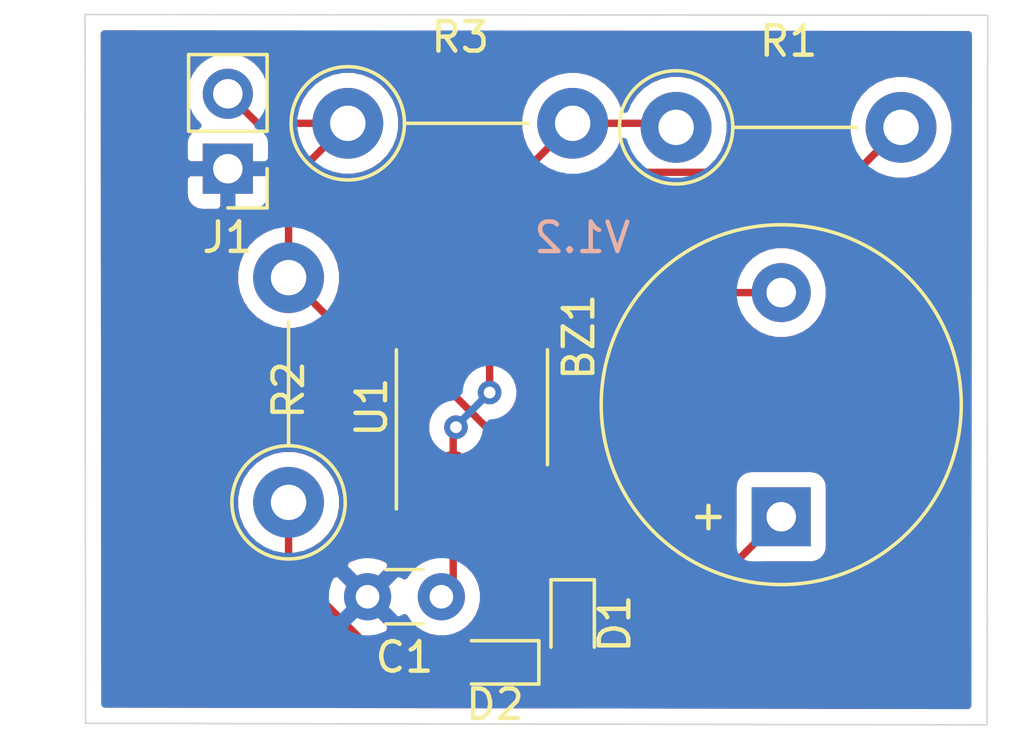
<source format=kicad_pcb>
(kicad_pcb (version 20171130) (host pcbnew "(5.1.6-0-10_14)")

  (general
    (thickness 1.6)
    (drawings 5)
    (tracks 39)
    (zones 0)
    (modules 9)
    (nets 8)
  )

  (page A4)
  (layers
    (0 F.Cu signal)
    (31 B.Cu signal)
    (32 B.Adhes user)
    (33 F.Adhes user)
    (34 B.Paste user)
    (35 F.Paste user)
    (36 B.SilkS user)
    (37 F.SilkS user)
    (38 B.Mask user)
    (39 F.Mask user)
    (40 Dwgs.User user)
    (41 Cmts.User user)
    (42 Eco1.User user)
    (43 Eco2.User user)
    (44 Edge.Cuts user)
    (45 Margin user)
    (46 B.CrtYd user)
    (47 F.CrtYd user)
    (48 B.Fab user)
    (49 F.Fab user)
  )

  (setup
    (last_trace_width 0.25)
    (user_trace_width 1.524)
    (trace_clearance 0.2)
    (zone_clearance 0.508)
    (zone_45_only no)
    (trace_min 0.2)
    (via_size 0.8)
    (via_drill 0.4)
    (via_min_size 0.4)
    (via_min_drill 0.3)
    (uvia_size 0.3)
    (uvia_drill 0.1)
    (uvias_allowed no)
    (uvia_min_size 0.2)
    (uvia_min_drill 0.1)
    (edge_width 0.05)
    (segment_width 0.2)
    (pcb_text_width 0.3)
    (pcb_text_size 1.5 1.5)
    (mod_edge_width 0.12)
    (mod_text_size 1 1)
    (mod_text_width 0.15)
    (pad_size 1.524 1.524)
    (pad_drill 0.762)
    (pad_to_mask_clearance 0.05)
    (aux_axis_origin 0 0)
    (visible_elements FFFFFF7F)
    (pcbplotparams
      (layerselection 0x310f0_ffffffff)
      (usegerberextensions true)
      (usegerberattributes true)
      (usegerberadvancedattributes true)
      (creategerberjobfile true)
      (excludeedgelayer true)
      (linewidth 0.100000)
      (plotframeref false)
      (viasonmask false)
      (mode 1)
      (useauxorigin false)
      (hpglpennumber 1)
      (hpglpenspeed 20)
      (hpglpendiameter 15.000000)
      (psnegative false)
      (psa4output false)
      (plotreference false)
      (plotvalue false)
      (plotinvisibletext false)
      (padsonsilk false)
      (subtractmaskfromsilk false)
      (outputformat 1)
      (mirror false)
      (drillshape 0)
      (scaleselection 1)
      (outputdirectory "gerbers/"))
  )

  (net 0 "")
  (net 1 VCC)
  (net 2 "Net-(BZ1-Pad1)")
  (net 3 "Net-(D2-Pad2)")
  (net 4 GND)
  (net 5 "Net-(U1-Pad5)")
  (net 6 "Net-(C1-Pad1)")
  (net 7 "Net-(R1-Pad1)")

  (net_class Default "This is the default net class."
    (clearance 0.2)
    (trace_width 0.25)
    (via_dia 0.8)
    (via_drill 0.4)
    (uvia_dia 0.3)
    (uvia_drill 0.1)
    (add_net GND)
    (add_net "Net-(BZ1-Pad1)")
    (add_net "Net-(C1-Pad1)")
    (add_net "Net-(D2-Pad2)")
    (add_net "Net-(R1-Pad1)")
    (add_net "Net-(U1-Pad5)")
    (add_net VCC)
  )

  (module Package_SO:SOIC-8_3.9x4.9mm_P1.27mm (layer F.Cu) (tedit 5D9F72B1) (tstamp 5F248256)
    (at 38.7858 -10.60196 90)
    (descr "SOIC, 8 Pin (JEDEC MS-012AA, https://www.analog.com/media/en/package-pcb-resources/package/pkg_pdf/soic_narrow-r/r_8.pdf), generated with kicad-footprint-generator ipc_gullwing_generator.py")
    (tags "SOIC SO")
    (path /5F25010E)
    (attr smd)
    (fp_text reference U1 (at 0 -3.4 90) (layer F.SilkS)
      (effects (font (size 1 1) (thickness 0.15)))
    )
    (fp_text value NE555DR (at 0 3.4 90) (layer F.Fab)
      (effects (font (size 1 1) (thickness 0.15)))
    )
    (fp_text user %R (at 0 0 90) (layer F.Fab)
      (effects (font (size 0.98 0.98) (thickness 0.15)))
    )
    (fp_line (start 0 2.56) (end 1.95 2.56) (layer F.SilkS) (width 0.12))
    (fp_line (start 0 2.56) (end -1.95 2.56) (layer F.SilkS) (width 0.12))
    (fp_line (start 0 -2.56) (end 1.95 -2.56) (layer F.SilkS) (width 0.12))
    (fp_line (start 0 -2.56) (end -3.45 -2.56) (layer F.SilkS) (width 0.12))
    (fp_line (start -0.975 -2.45) (end 1.95 -2.45) (layer F.Fab) (width 0.1))
    (fp_line (start 1.95 -2.45) (end 1.95 2.45) (layer F.Fab) (width 0.1))
    (fp_line (start 1.95 2.45) (end -1.95 2.45) (layer F.Fab) (width 0.1))
    (fp_line (start -1.95 2.45) (end -1.95 -1.475) (layer F.Fab) (width 0.1))
    (fp_line (start -1.95 -1.475) (end -0.975 -2.45) (layer F.Fab) (width 0.1))
    (fp_line (start -3.7 -2.7) (end -3.7 2.7) (layer F.CrtYd) (width 0.05))
    (fp_line (start -3.7 2.7) (end 3.7 2.7) (layer F.CrtYd) (width 0.05))
    (fp_line (start 3.7 2.7) (end 3.7 -2.7) (layer F.CrtYd) (width 0.05))
    (fp_line (start 3.7 -2.7) (end -3.7 -2.7) (layer F.CrtYd) (width 0.05))
    (pad 8 smd roundrect (at 2.475 -1.905 90) (size 1.95 0.6) (layers F.Cu F.Paste F.Mask) (roundrect_rratio 0.25)
      (net 1 VCC))
    (pad 7 smd roundrect (at 2.475 -0.635 90) (size 1.95 0.6) (layers F.Cu F.Paste F.Mask) (roundrect_rratio 0.25)
      (net 7 "Net-(R1-Pad1)"))
    (pad 6 smd roundrect (at 2.475 0.635 90) (size 1.95 0.6) (layers F.Cu F.Paste F.Mask) (roundrect_rratio 0.25)
      (net 6 "Net-(C1-Pad1)"))
    (pad 5 smd roundrect (at 2.475 1.905 90) (size 1.95 0.6) (layers F.Cu F.Paste F.Mask) (roundrect_rratio 0.25)
      (net 5 "Net-(U1-Pad5)"))
    (pad 4 smd roundrect (at -2.475 1.905 90) (size 1.95 0.6) (layers F.Cu F.Paste F.Mask) (roundrect_rratio 0.25)
      (net 1 VCC))
    (pad 3 smd roundrect (at -2.475 0.635 90) (size 1.95 0.6) (layers F.Cu F.Paste F.Mask) (roundrect_rratio 0.25)
      (net 2 "Net-(BZ1-Pad1)"))
    (pad 2 smd roundrect (at -2.475 -0.635 90) (size 1.95 0.6) (layers F.Cu F.Paste F.Mask) (roundrect_rratio 0.25)
      (net 6 "Net-(C1-Pad1)"))
    (pad 1 smd roundrect (at -2.475 -1.905 90) (size 1.95 0.6) (layers F.Cu F.Paste F.Mask) (roundrect_rratio 0.25)
      (net 4 GND))
    (model ${KISYS3DMOD}/Package_SO.3dshapes/SOIC-8_3.9x4.9mm_P1.27mm.wrl
      (at (xyz 0 0 0))
      (scale (xyz 1 1 1))
      (rotate (xyz 0 0 0))
    )
  )

  (module LED_SMD:LED_0603_1608Metric (layer F.Cu) (tedit 5B301BBE) (tstamp 5F532DBC)
    (at 39.56812 -1.95072 180)
    (descr "LED SMD 0603 (1608 Metric), square (rectangular) end terminal, IPC_7351 nominal, (Body size source: http://www.tortai-tech.com/upload/download/2011102023233369053.pdf), generated with kicad-footprint-generator")
    (tags diode)
    (path /5F252EEC)
    (attr smd)
    (fp_text reference D2 (at 0 -1.43) (layer F.SilkS)
      (effects (font (size 1 1) (thickness 0.15)))
    )
    (fp_text value RED (at 0 1.43) (layer F.Fab)
      (effects (font (size 1 1) (thickness 0.15)))
    )
    (fp_line (start 1.48 0.73) (end -1.48 0.73) (layer F.CrtYd) (width 0.05))
    (fp_line (start 1.48 -0.73) (end 1.48 0.73) (layer F.CrtYd) (width 0.05))
    (fp_line (start -1.48 -0.73) (end 1.48 -0.73) (layer F.CrtYd) (width 0.05))
    (fp_line (start -1.48 0.73) (end -1.48 -0.73) (layer F.CrtYd) (width 0.05))
    (fp_line (start -1.485 0.735) (end 0.8 0.735) (layer F.SilkS) (width 0.12))
    (fp_line (start -1.485 -0.735) (end -1.485 0.735) (layer F.SilkS) (width 0.12))
    (fp_line (start 0.8 -0.735) (end -1.485 -0.735) (layer F.SilkS) (width 0.12))
    (fp_line (start 0.8 0.4) (end 0.8 -0.4) (layer F.Fab) (width 0.1))
    (fp_line (start -0.8 0.4) (end 0.8 0.4) (layer F.Fab) (width 0.1))
    (fp_line (start -0.8 -0.1) (end -0.8 0.4) (layer F.Fab) (width 0.1))
    (fp_line (start -0.5 -0.4) (end -0.8 -0.1) (layer F.Fab) (width 0.1))
    (fp_line (start 0.8 -0.4) (end -0.5 -0.4) (layer F.Fab) (width 0.1))
    (fp_text user %R (at 0 0) (layer F.Fab)
      (effects (font (size 0.4 0.4) (thickness 0.06)))
    )
    (pad 2 smd roundrect (at 0.7875 0 180) (size 0.875 0.95) (layers F.Cu F.Paste F.Mask) (roundrect_rratio 0.25)
      (net 3 "Net-(D2-Pad2)"))
    (pad 1 smd roundrect (at -0.7875 0 180) (size 0.875 0.95) (layers F.Cu F.Paste F.Mask) (roundrect_rratio 0.25)
      (net 4 GND))
    (model ${KISYS3DMOD}/LED_SMD.3dshapes/LED_0603_1608Metric.wrl
      (at (xyz 0 0 0))
      (scale (xyz 1 1 1))
      (rotate (xyz 0 0 0))
    )
  )

  (module LED_SMD:LED_0603_1608Metric (layer F.Cu) (tedit 5B301BBE) (tstamp 5F248404)
    (at 42.19956 -3.26644 270)
    (descr "LED SMD 0603 (1608 Metric), square (rectangular) end terminal, IPC_7351 nominal, (Body size source: http://www.tortai-tech.com/upload/download/2011102023233369053.pdf), generated with kicad-footprint-generator")
    (tags diode)
    (path /5F252534)
    (attr smd)
    (fp_text reference D1 (at 0 -1.43 90) (layer F.SilkS)
      (effects (font (size 1 1) (thickness 0.15)))
    )
    (fp_text value YELLOW (at 0 1.43 90) (layer F.Fab)
      (effects (font (size 1 1) (thickness 0.15)))
    )
    (fp_line (start 1.48 0.73) (end -1.48 0.73) (layer F.CrtYd) (width 0.05))
    (fp_line (start 1.48 -0.73) (end 1.48 0.73) (layer F.CrtYd) (width 0.05))
    (fp_line (start -1.48 -0.73) (end 1.48 -0.73) (layer F.CrtYd) (width 0.05))
    (fp_line (start -1.48 0.73) (end -1.48 -0.73) (layer F.CrtYd) (width 0.05))
    (fp_line (start -1.485 0.735) (end 0.8 0.735) (layer F.SilkS) (width 0.12))
    (fp_line (start -1.485 -0.735) (end -1.485 0.735) (layer F.SilkS) (width 0.12))
    (fp_line (start 0.8 -0.735) (end -1.485 -0.735) (layer F.SilkS) (width 0.12))
    (fp_line (start 0.8 0.4) (end 0.8 -0.4) (layer F.Fab) (width 0.1))
    (fp_line (start -0.8 0.4) (end 0.8 0.4) (layer F.Fab) (width 0.1))
    (fp_line (start -0.8 -0.1) (end -0.8 0.4) (layer F.Fab) (width 0.1))
    (fp_line (start -0.5 -0.4) (end -0.8 -0.1) (layer F.Fab) (width 0.1))
    (fp_line (start 0.8 -0.4) (end -0.5 -0.4) (layer F.Fab) (width 0.1))
    (fp_text user %R (at 0 0 90) (layer F.Fab)
      (effects (font (size 0.4 0.4) (thickness 0.06)))
    )
    (pad 2 smd roundrect (at 0.7875 0 270) (size 0.875 0.95) (layers F.Cu F.Paste F.Mask) (roundrect_rratio 0.25)
      (net 2 "Net-(BZ1-Pad1)"))
    (pad 1 smd roundrect (at -0.7875 0 270) (size 0.875 0.95) (layers F.Cu F.Paste F.Mask) (roundrect_rratio 0.25)
      (net 1 VCC))
    (model ${KISYS3DMOD}/LED_SMD.3dshapes/LED_0603_1608Metric.wrl
      (at (xyz 0 0 0))
      (scale (xyz 1 1 1))
      (rotate (xyz 0 0 0))
    )
  )

  (module Resistor_THT:R_Axial_DIN0411_L9.9mm_D3.6mm_P7.62mm_Vertical (layer F.Cu) (tedit 5AE5139B) (tstamp 5F515037)
    (at 32.57296 -7.37616 90)
    (descr "Resistor, Axial_DIN0411 series, Axial, Vertical, pin pitch=7.62mm, 1W, length*diameter=9.9*3.6mm^2")
    (tags "Resistor Axial_DIN0411 series Axial Vertical pin pitch 7.62mm 1W length 9.9mm diameter 3.6mm")
    (path /5F251B89)
    (fp_text reference R2 (at 3.81 0 90) (layer F.SilkS)
      (effects (font (size 1 1) (thickness 0.15)))
    )
    (fp_text value 220 (at 3.81 2.92 90) (layer F.Fab)
      (effects (font (size 1 1) (thickness 0.15)))
    )
    (fp_circle (center 0 0) (end 1.8 0) (layer F.Fab) (width 0.1))
    (fp_circle (center 0 0) (end 1.92 0) (layer F.SilkS) (width 0.12))
    (fp_line (start 0 0) (end 7.62 0) (layer F.Fab) (width 0.1))
    (fp_line (start 1.92 0) (end 6.12 0) (layer F.SilkS) (width 0.12))
    (fp_line (start -2.05 -2.05) (end -2.05 2.05) (layer F.CrtYd) (width 0.05))
    (fp_line (start -2.05 2.05) (end 9.07 2.05) (layer F.CrtYd) (width 0.05))
    (fp_line (start 9.07 2.05) (end 9.07 -2.05) (layer F.CrtYd) (width 0.05))
    (fp_line (start 9.07 -2.05) (end -2.05 -2.05) (layer F.CrtYd) (width 0.05))
    (fp_text user %R (at 3.81 -2.92 90) (layer F.Fab)
      (effects (font (size 1 1) (thickness 0.15)))
    )
    (pad 2 thru_hole oval (at 7.62 0 90) (size 2.4 2.4) (drill 1.2) (layers *.Cu *.Mask)
      (net 1 VCC))
    (pad 1 thru_hole circle (at 0 0 90) (size 2.4 2.4) (drill 1.2) (layers *.Cu *.Mask)
      (net 3 "Net-(D2-Pad2)"))
    (model ${KISYS3DMOD}/Resistor_THT.3dshapes/R_Axial_DIN0411_L9.9mm_D3.6mm_P7.62mm_Vertical.wrl
      (at (xyz 0 0 0))
      (scale (xyz 1 1 1))
      (rotate (xyz 0 0 0))
    )
  )

  (module Resistor_THT:R_Axial_DIN0411_L9.9mm_D3.6mm_P7.62mm_Vertical (layer F.Cu) (tedit 5AE5139B) (tstamp 5F395AFD)
    (at 34.57956 -20.22856)
    (descr "Resistor, Axial_DIN0411 series, Axial, Vertical, pin pitch=7.62mm, 1W, length*diameter=9.9*3.6mm^2")
    (tags "Resistor Axial_DIN0411 series Axial Vertical pin pitch 7.62mm 1W length 9.9mm diameter 3.6mm")
    (path /5F3978FA)
    (fp_text reference R3 (at 3.81 -2.92) (layer F.SilkS)
      (effects (font (size 1 1) (thickness 0.15)))
    )
    (fp_text value 10k (at 3.81 2.92) (layer F.Fab)
      (effects (font (size 1 1) (thickness 0.15)))
    )
    (fp_line (start 9.07 -2.05) (end -2.05 -2.05) (layer F.CrtYd) (width 0.05))
    (fp_line (start 9.07 2.05) (end 9.07 -2.05) (layer F.CrtYd) (width 0.05))
    (fp_line (start -2.05 2.05) (end 9.07 2.05) (layer F.CrtYd) (width 0.05))
    (fp_line (start -2.05 -2.05) (end -2.05 2.05) (layer F.CrtYd) (width 0.05))
    (fp_line (start 1.92 0) (end 6.12 0) (layer F.SilkS) (width 0.12))
    (fp_line (start 0 0) (end 7.62 0) (layer F.Fab) (width 0.1))
    (fp_circle (center 0 0) (end 1.92 0) (layer F.SilkS) (width 0.12))
    (fp_circle (center 0 0) (end 1.8 0) (layer F.Fab) (width 0.1))
    (fp_text user %R (at 3.81 -2.92) (layer F.Fab)
      (effects (font (size 1 1) (thickness 0.15)))
    )
    (pad 2 thru_hole oval (at 7.62 0) (size 2.4 2.4) (drill 1.2) (layers *.Cu *.Mask)
      (net 7 "Net-(R1-Pad1)"))
    (pad 1 thru_hole circle (at 0 0) (size 2.4 2.4) (drill 1.2) (layers *.Cu *.Mask)
      (net 1 VCC))
    (model ${KISYS3DMOD}/Resistor_THT.3dshapes/R_Axial_DIN0411_L9.9mm_D3.6mm_P7.62mm_Vertical.wrl
      (at (xyz 0 0 0))
      (scale (xyz 1 1 1))
      (rotate (xyz 0 0 0))
    )
  )

  (module Resistor_THT:R_Axial_DIN0411_L9.9mm_D3.6mm_P7.62mm_Vertical (layer F.Cu) (tedit 5AE5139B) (tstamp 5F395AD2)
    (at 45.70476 -20.0914)
    (descr "Resistor, Axial_DIN0411 series, Axial, Vertical, pin pitch=7.62mm, 1W, length*diameter=9.9*3.6mm^2")
    (tags "Resistor Axial_DIN0411 series Axial Vertical pin pitch 7.62mm 1W length 9.9mm diameter 3.6mm")
    (path /5F396482)
    (fp_text reference R1 (at 3.81 -2.92) (layer F.SilkS)
      (effects (font (size 1 1) (thickness 0.15)))
    )
    (fp_text value 10k (at 3.81 2.92) (layer F.Fab)
      (effects (font (size 1 1) (thickness 0.15)))
    )
    (fp_line (start 9.07 -2.05) (end -2.05 -2.05) (layer F.CrtYd) (width 0.05))
    (fp_line (start 9.07 2.05) (end 9.07 -2.05) (layer F.CrtYd) (width 0.05))
    (fp_line (start -2.05 2.05) (end 9.07 2.05) (layer F.CrtYd) (width 0.05))
    (fp_line (start -2.05 -2.05) (end -2.05 2.05) (layer F.CrtYd) (width 0.05))
    (fp_line (start 1.92 0) (end 6.12 0) (layer F.SilkS) (width 0.12))
    (fp_line (start 0 0) (end 7.62 0) (layer F.Fab) (width 0.1))
    (fp_circle (center 0 0) (end 1.92 0) (layer F.SilkS) (width 0.12))
    (fp_circle (center 0 0) (end 1.8 0) (layer F.Fab) (width 0.1))
    (fp_text user %R (at 3.81 -2.92) (layer F.Fab)
      (effects (font (size 1 1) (thickness 0.15)))
    )
    (pad 2 thru_hole oval (at 7.62 0) (size 2.4 2.4) (drill 1.2) (layers *.Cu *.Mask)
      (net 6 "Net-(C1-Pad1)"))
    (pad 1 thru_hole circle (at 0 0) (size 2.4 2.4) (drill 1.2) (layers *.Cu *.Mask)
      (net 7 "Net-(R1-Pad1)"))
    (model ${KISYS3DMOD}/Resistor_THT.3dshapes/R_Axial_DIN0411_L9.9mm_D3.6mm_P7.62mm_Vertical.wrl
      (at (xyz 0 0 0))
      (scale (xyz 1 1 1))
      (rotate (xyz 0 0 0))
    )
  )

  (module Capacitor_THT:C_Disc_D3.0mm_W1.6mm_P2.50mm (layer F.Cu) (tedit 5AE50EF0) (tstamp 5F248194)
    (at 37.74948 -4.17576 180)
    (descr "C, Disc series, Radial, pin pitch=2.50mm, , diameter*width=3.0*1.6mm^2, Capacitor, http://www.vishay.com/docs/45233/krseries.pdf")
    (tags "C Disc series Radial pin pitch 2.50mm  diameter 3.0mm width 1.6mm Capacitor")
    (path /5F25421F)
    (fp_text reference C1 (at 1.25 -2.05) (layer F.SilkS)
      (effects (font (size 1 1) (thickness 0.15)))
    )
    (fp_text value CP (at 1.25 2.05) (layer F.Fab)
      (effects (font (size 1 1) (thickness 0.15)))
    )
    (fp_line (start -0.25 -0.8) (end -0.25 0.8) (layer F.Fab) (width 0.1))
    (fp_line (start -0.25 0.8) (end 2.75 0.8) (layer F.Fab) (width 0.1))
    (fp_line (start 2.75 0.8) (end 2.75 -0.8) (layer F.Fab) (width 0.1))
    (fp_line (start 2.75 -0.8) (end -0.25 -0.8) (layer F.Fab) (width 0.1))
    (fp_line (start 0.621 -0.92) (end 1.879 -0.92) (layer F.SilkS) (width 0.12))
    (fp_line (start 0.621 0.92) (end 1.879 0.92) (layer F.SilkS) (width 0.12))
    (fp_line (start -1.05 -1.05) (end -1.05 1.05) (layer F.CrtYd) (width 0.05))
    (fp_line (start -1.05 1.05) (end 3.55 1.05) (layer F.CrtYd) (width 0.05))
    (fp_line (start 3.55 1.05) (end 3.55 -1.05) (layer F.CrtYd) (width 0.05))
    (fp_line (start 3.55 -1.05) (end -1.05 -1.05) (layer F.CrtYd) (width 0.05))
    (fp_text user %R (at -2.08788 -0.08636) (layer F.Fab)
      (effects (font (size 0.6 0.6) (thickness 0.09)))
    )
    (pad 2 thru_hole circle (at 2.5 0 180) (size 1.6 1.6) (drill 0.8) (layers *.Cu *.Mask)
      (net 4 GND))
    (pad 1 thru_hole circle (at 0 0 180) (size 1.6 1.6) (drill 0.8) (layers *.Cu *.Mask)
      (net 6 "Net-(C1-Pad1)"))
    (model ${KISYS3DMOD}/Capacitor_THT.3dshapes/C_Disc_D3.0mm_W1.6mm_P2.50mm.wrl
      (at (xyz 0 0 0))
      (scale (xyz 1 1 1))
      (rotate (xyz 0 0 0))
    )
  )

  (module Connector_PinHeader_2.54mm:PinHeader_1x02_P2.54mm_Vertical (layer F.Cu) (tedit 59FED5CC) (tstamp 5F24A27E)
    (at 30.51556 -18.68932 180)
    (descr "Through hole straight pin header, 1x02, 2.54mm pitch, single row")
    (tags "Through hole pin header THT 1x02 2.54mm single row")
    (path /5F28760B)
    (fp_text reference J1 (at 0 -2.33) (layer F.SilkS)
      (effects (font (size 1 1) (thickness 0.15)))
    )
    (fp_text value Conn_01x02_Female (at 0 4.87) (layer F.Fab)
      (effects (font (size 1 1) (thickness 0.15)))
    )
    (fp_line (start -0.635 -1.27) (end 1.27 -1.27) (layer F.Fab) (width 0.1))
    (fp_line (start 1.27 -1.27) (end 1.27 3.81) (layer F.Fab) (width 0.1))
    (fp_line (start 1.27 3.81) (end -1.27 3.81) (layer F.Fab) (width 0.1))
    (fp_line (start -1.27 3.81) (end -1.27 -0.635) (layer F.Fab) (width 0.1))
    (fp_line (start -1.27 -0.635) (end -0.635 -1.27) (layer F.Fab) (width 0.1))
    (fp_line (start -1.33 3.87) (end 1.33 3.87) (layer F.SilkS) (width 0.12))
    (fp_line (start -1.33 1.27) (end -1.33 3.87) (layer F.SilkS) (width 0.12))
    (fp_line (start 1.33 1.27) (end 1.33 3.87) (layer F.SilkS) (width 0.12))
    (fp_line (start -1.33 1.27) (end 1.33 1.27) (layer F.SilkS) (width 0.12))
    (fp_line (start -1.33 0) (end -1.33 -1.33) (layer F.SilkS) (width 0.12))
    (fp_line (start -1.33 -1.33) (end 0 -1.33) (layer F.SilkS) (width 0.12))
    (fp_line (start -1.8 -1.8) (end -1.8 4.35) (layer F.CrtYd) (width 0.05))
    (fp_line (start -1.8 4.35) (end 1.8 4.35) (layer F.CrtYd) (width 0.05))
    (fp_line (start 1.8 4.35) (end 1.8 -1.8) (layer F.CrtYd) (width 0.05))
    (fp_line (start 1.8 -1.8) (end -1.8 -1.8) (layer F.CrtYd) (width 0.05))
    (fp_text user %R (at 0 1.27 90) (layer F.Fab)
      (effects (font (size 1 1) (thickness 0.15)))
    )
    (pad 2 thru_hole oval (at 0 2.54 180) (size 1.7 1.7) (drill 1) (layers *.Cu *.Mask)
      (net 1 VCC))
    (pad 1 thru_hole rect (at 0 0 180) (size 1.7 1.7) (drill 1) (layers *.Cu *.Mask)
      (net 4 GND))
    (model ${KISYS3DMOD}/Connector_PinHeader_2.54mm.3dshapes/PinHeader_1x02_P2.54mm_Vertical.wrl
      (at (xyz 0 0 0))
      (scale (xyz 1 1 1))
      (rotate (xyz 0 0 0))
    )
  )

  (module Buzzer_Beeper:Buzzer_12x9.5RM7.6 (layer F.Cu) (tedit 5A030281) (tstamp 5F248183)
    (at 49.26584 -6.88848 90)
    (descr "Generic Buzzer, D12mm height 9.5mm with RM7.6mm")
    (tags buzzer)
    (path /5F25471C)
    (fp_text reference BZ1 (at 6.096 -6.858 90) (layer F.SilkS)
      (effects (font (size 1 1) (thickness 0.15)))
    )
    (fp_text value Buzzer (at 3.8 7.4 90) (layer F.Fab)
      (effects (font (size 1 1) (thickness 0.15)))
    )
    (fp_circle (center 3.8 0) (end 10.05 0) (layer F.CrtYd) (width 0.05))
    (fp_circle (center 3.8 0) (end 9.8 0) (layer F.Fab) (width 0.1))
    (fp_circle (center 3.8 0) (end 4.8 0) (layer F.Fab) (width 0.1))
    (fp_circle (center 3.8 0) (end 9.9 0) (layer F.SilkS) (width 0.12))
    (fp_text user %R (at 3.8 -4 90) (layer F.Fab)
      (effects (font (size 1 1) (thickness 0.15)))
    )
    (fp_text user + (at -0.01 -2.54 90) (layer F.SilkS)
      (effects (font (size 1 1) (thickness 0.15)))
    )
    (fp_text user + (at -0.01 -2.54 90) (layer F.Fab)
      (effects (font (size 1 1) (thickness 0.15)))
    )
    (pad 2 thru_hole circle (at 7.6 0 90) (size 2 2) (drill 1) (layers *.Cu *.Mask)
      (net 1 VCC))
    (pad 1 thru_hole rect (at 0 0 90) (size 2 2) (drill 1) (layers *.Cu *.Mask)
      (net 2 "Net-(BZ1-Pad1)"))
    (model ${KISYS3DMOD}/Buzzer_Beeper.3dshapes/Buzzer_12x9.5RM7.6.wrl
      (at (xyz 0 0 0))
      (scale (xyz 1 1 1))
      (rotate (xyz 0 0 0))
    )
  )

  (gr_line (start 25.69464 0.11684) (end 25.67432 -23.91664) (layer Edge.Cuts) (width 0.05))
  (gr_line (start 56.24068 0.16764) (end 25.69718 0.11684) (layer Edge.Cuts) (width 0.05))
  (gr_line (start 56.261 -23.89124) (end 56.24068 0.16764) (layer Edge.Cuts) (width 0.05) (tstamp 5F3E707E))
  (gr_line (start 25.67432 -23.91664) (end 56.261 -23.89124) (layer Edge.Cuts) (width 0.05))
  (gr_text V1.2 (at 42.52468 -16.35252) (layer B.SilkS)
    (effects (font (size 1 1) (thickness 0.15)) (justify mirror))
  )

  (segment (start 49.26584 -14.48848) (end 46.42644 -14.48848) (width 0.25) (layer F.Cu) (net 1))
  (segment (start 40.6908 -8.75284) (end 40.6908 -8.12696) (width 0.25) (layer F.Cu) (net 1))
  (segment (start 46.42644 -14.48848) (end 40.6908 -8.75284) (width 0.25) (layer F.Cu) (net 1))
  (segment (start 40.6908 -5.5627) (end 42.19956 -4.05394) (width 0.25) (layer F.Cu) (net 1))
  (segment (start 40.6908 -8.12696) (end 40.6908 -5.5627) (width 0.25) (layer F.Cu) (net 1))
  (segment (start 36.8808 -12.313728) (end 36.8808 -13.07696) (width 0.25) (layer F.Cu) (net 1))
  (segment (start 40.6908 -8.503728) (end 36.8808 -12.313728) (width 0.25) (layer F.Cu) (net 1))
  (segment (start 40.6908 -8.12696) (end 40.6908 -8.503728) (width 0.25) (layer F.Cu) (net 1))
  (segment (start 34.49216 -13.07696) (end 32.57296 -14.99616) (width 0.25) (layer F.Cu) (net 1))
  (segment (start 36.8808 -13.07696) (end 34.49216 -13.07696) (width 0.25) (layer F.Cu) (net 1))
  (segment (start 32.57296 -18.22196) (end 34.57956 -20.22856) (width 0.25) (layer F.Cu) (net 1))
  (segment (start 32.57296 -14.99616) (end 32.57296 -18.22196) (width 0.25) (layer F.Cu) (net 1))
  (segment (start 31.51632 -20.22856) (end 30.51556 -21.22932) (width 0.25) (layer F.Cu) (net 1))
  (segment (start 34.57956 -20.22856) (end 31.51632 -20.22856) (width 0.25) (layer F.Cu) (net 1))
  (segment (start 44.8563 -2.47894) (end 49.26584 -6.88848) (width 0.25) (layer F.Cu) (net 2))
  (segment (start 42.19956 -2.47894) (end 44.8563 -2.47894) (width 0.25) (layer F.Cu) (net 2))
  (segment (start 39.4208 -5.2577) (end 39.4208 -8.12696) (width 0.25) (layer F.Cu) (net 2))
  (segment (start 42.19956 -2.47894) (end 39.4208 -5.2577) (width 0.25) (layer F.Cu) (net 2))
  (segment (start 35.809518 -1.95072) (end 38.78062 -1.95072) (width 0.25) (layer F.Cu) (net 3))
  (segment (start 32.57296 -5.187278) (end 35.809518 -1.95072) (width 0.25) (layer F.Cu) (net 3))
  (segment (start 32.57296 -7.37616) (end 32.57296 -5.187278) (width 0.25) (layer F.Cu) (net 3))
  (segment (start 43.935239 -18.566399) (end 39.4208 -14.05196) (width 0.25) (layer F.Cu) (net 6))
  (segment (start 39.4208 -14.05196) (end 39.4208 -13.07696) (width 0.25) (layer F.Cu) (net 6))
  (segment (start 51.799759 -18.566399) (end 43.935239 -18.566399) (width 0.25) (layer F.Cu) (net 6))
  (segment (start 53.32476 -20.0914) (end 51.799759 -18.566399) (width 0.25) (layer F.Cu) (net 6))
  (via (at 38.245111 -9.924111) (size 0.8) (drill 0.4) (layers F.Cu B.Cu) (net 6))
  (segment (start 38.1508 -9.8298) (end 38.245111 -9.924111) (width 0.25) (layer F.Cu) (net 6))
  (segment (start 38.1508 -8.12696) (end 38.1508 -9.8298) (width 0.25) (layer F.Cu) (net 6))
  (segment (start 38.245111 -9.959671) (end 39.38524 -11.0998) (width 0.25) (layer B.Cu) (net 6))
  (via (at 39.38524 -11.0998) (size 0.8) (drill 0.4) (layers F.Cu B.Cu) (net 6))
  (segment (start 38.245111 -9.924111) (end 38.245111 -9.959671) (width 0.25) (layer B.Cu) (net 6))
  (segment (start 39.38524 -13.0414) (end 39.4208 -13.07696) (width 0.25) (layer F.Cu) (net 6))
  (segment (start 39.38524 -11.0998) (end 39.38524 -13.0414) (width 0.25) (layer F.Cu) (net 6))
  (segment (start 38.1508 -4.57708) (end 37.74948 -4.17576) (width 0.25) (layer F.Cu) (net 6))
  (segment (start 38.1508 -8.12696) (end 38.1508 -4.57708) (width 0.25) (layer F.Cu) (net 6))
  (segment (start 45.5676 -20.22856) (end 45.70476 -20.0914) (width 0.25) (layer F.Cu) (net 7))
  (segment (start 42.19956 -20.22856) (end 45.5676 -20.22856) (width 0.25) (layer F.Cu) (net 7))
  (segment (start 38.1508 -16.1798) (end 38.1508 -13.07696) (width 0.25) (layer F.Cu) (net 7))
  (segment (start 42.19956 -20.22856) (end 38.1508 -16.1798) (width 0.25) (layer F.Cu) (net 7))

  (zone (net 4) (net_name GND) (layer F.Cu) (tstamp 5F532EE0) (hatch edge 0.508)
    (connect_pads (clearance 0.508))
    (min_thickness 0.254)
    (fill yes (arc_segments 32) (thermal_gap 0.508) (thermal_bridge_width 0.508))
    (polygon
      (pts
        (xy 56.49976 0.13208) (xy 25.35936 0.21844) (xy 25.44572 -24.26208) (xy 56.79948 -24.26208)
      )
    )
    (filled_polygon
      (pts
        (xy 55.600443 -23.231789) (xy 55.581238 -0.493458) (xy 26.354083 -0.542068) (xy 26.339459 -17.83932) (xy 29.027488 -17.83932)
        (xy 29.039748 -17.714838) (xy 29.076058 -17.59514) (xy 29.135023 -17.484826) (xy 29.214375 -17.388135) (xy 29.311066 -17.308783)
        (xy 29.42138 -17.249818) (xy 29.541078 -17.213508) (xy 29.66556 -17.201248) (xy 30.22981 -17.20432) (xy 30.38856 -17.36307)
        (xy 30.38856 -18.56232) (xy 29.18931 -18.56232) (xy 29.03056 -18.40357) (xy 29.027488 -17.83932) (xy 26.339459 -17.83932)
        (xy 26.338021 -19.53932) (xy 29.027488 -19.53932) (xy 29.03056 -18.97507) (xy 29.18931 -18.81632) (xy 30.38856 -18.81632)
        (xy 30.38856 -18.83632) (xy 30.64256 -18.83632) (xy 30.64256 -18.81632) (xy 30.66256 -18.81632) (xy 30.66256 -18.56232)
        (xy 30.64256 -18.56232) (xy 30.64256 -17.36307) (xy 30.80131 -17.20432) (xy 31.36556 -17.201248) (xy 31.490042 -17.213508)
        (xy 31.60974 -17.249818) (xy 31.720054 -17.308783) (xy 31.812961 -17.385029) (xy 31.812961 -16.667548) (xy 31.703761 -16.622316)
        (xy 31.403216 -16.421498) (xy 31.147622 -16.165904) (xy 30.946804 -15.865359) (xy 30.808478 -15.53141) (xy 30.73796 -15.176892)
        (xy 30.73796 -14.815428) (xy 30.808478 -14.46091) (xy 30.946804 -14.126961) (xy 31.147622 -13.826416) (xy 31.403216 -13.570822)
        (xy 31.703761 -13.370004) (xy 32.03771 -13.231678) (xy 32.392228 -13.16116) (xy 32.753692 -13.16116) (xy 33.10821 -13.231678)
        (xy 33.217409 -13.27691) (xy 33.928361 -12.565957) (xy 33.952159 -12.536959) (xy 34.067884 -12.441986) (xy 34.199913 -12.371414)
        (xy 34.343174 -12.327957) (xy 34.454827 -12.31696) (xy 34.454835 -12.31696) (xy 34.49216 -12.313284) (xy 34.529485 -12.31696)
        (xy 35.942728 -12.31696) (xy 35.942728 -12.25196) (xy 35.957871 -12.098215) (xy 36.002716 -11.950378) (xy 36.075542 -11.814131)
        (xy 36.173549 -11.694709) (xy 36.292971 -11.596702) (xy 36.429218 -11.523876) (xy 36.577055 -11.479031) (xy 36.647649 -11.472078)
        (xy 37.488508 -10.631219) (xy 37.441174 -10.583885) (xy 37.327906 -10.414367) (xy 37.249885 -10.226009) (xy 37.210111 -10.02605)
        (xy 37.210111 -9.822172) (xy 37.227362 -9.735446) (xy 37.1808 -9.740032) (xy 37.16655 -9.73696) (xy 37.0078 -9.57821)
        (xy 37.0078 -8.25396) (xy 37.0278 -8.25396) (xy 37.0278 -7.99996) (xy 37.0078 -7.99996) (xy 37.0078 -6.67571)
        (xy 37.16655 -6.51696) (xy 37.1808 -6.513888) (xy 37.305282 -6.526148) (xy 37.3908 -6.55209) (xy 37.390801 -5.567527)
        (xy 37.330906 -5.555613) (xy 37.069753 -5.44744) (xy 36.834721 -5.290397) (xy 36.634843 -5.090519) (xy 36.500788 -4.889891)
        (xy 36.486151 -4.917274) (xy 36.242182 -4.988857) (xy 35.429085 -4.17576) (xy 36.242182 -3.362663) (xy 36.486151 -3.434246)
        (xy 36.499804 -3.463101) (xy 36.634843 -3.261001) (xy 36.834721 -3.061123) (xy 37.069753 -2.90408) (xy 37.330906 -2.795907)
        (xy 37.608145 -2.74076) (xy 37.890815 -2.74076) (xy 37.898033 -2.742196) (xy 37.872202 -2.71072) (xy 36.12432 -2.71072)
        (xy 35.929057 -2.905983) (xy 35.990994 -2.939089) (xy 36.062577 -3.183058) (xy 35.24948 -3.996155) (xy 35.235338 -3.982013)
        (xy 35.055733 -4.161618) (xy 35.069875 -4.17576) (xy 34.256778 -4.988857) (xy 34.012809 -4.917274) (xy 33.982282 -4.852758)
        (xy 33.666578 -5.168462) (xy 34.436383 -5.168462) (xy 35.24948 -4.355365) (xy 36.062577 -5.168462) (xy 35.990994 -5.412431)
        (xy 35.735484 -5.533331) (xy 35.461296 -5.60206) (xy 35.178968 -5.615977) (xy 34.89935 -5.574547) (xy 34.633188 -5.479363)
        (xy 34.507966 -5.412431) (xy 34.436383 -5.168462) (xy 33.666578 -5.168462) (xy 33.33296 -5.502079) (xy 33.33296 -5.704772)
        (xy 33.442159 -5.750004) (xy 33.742704 -5.950822) (xy 33.998298 -6.206416) (xy 34.199116 -6.506961) (xy 34.337442 -6.84091)
        (xy 34.399313 -7.15196) (xy 35.942728 -7.15196) (xy 35.954988 -7.027478) (xy 35.991298 -6.90778) (xy 36.050263 -6.797466)
        (xy 36.129615 -6.700775) (xy 36.226306 -6.621423) (xy 36.33662 -6.562458) (xy 36.456318 -6.526148) (xy 36.5808 -6.513888)
        (xy 36.59505 -6.51696) (xy 36.7538 -6.67571) (xy 36.7538 -7.99996) (xy 36.10455 -7.99996) (xy 35.9458 -7.84121)
        (xy 35.942728 -7.15196) (xy 34.399313 -7.15196) (xy 34.40796 -7.195428) (xy 34.40796 -7.556892) (xy 34.337442 -7.91141)
        (xy 34.199116 -8.245359) (xy 33.998298 -8.545904) (xy 33.742704 -8.801498) (xy 33.442159 -9.002316) (xy 33.201597 -9.10196)
        (xy 35.942728 -9.10196) (xy 35.9458 -8.41271) (xy 36.10455 -8.25396) (xy 36.7538 -8.25396) (xy 36.7538 -9.57821)
        (xy 36.59505 -9.73696) (xy 36.5808 -9.740032) (xy 36.456318 -9.727772) (xy 36.33662 -9.691462) (xy 36.226306 -9.632497)
        (xy 36.129615 -9.553145) (xy 36.050263 -9.456454) (xy 35.991298 -9.34614) (xy 35.954988 -9.226442) (xy 35.942728 -9.10196)
        (xy 33.201597 -9.10196) (xy 33.10821 -9.140642) (xy 32.753692 -9.21116) (xy 32.392228 -9.21116) (xy 32.03771 -9.140642)
        (xy 31.703761 -9.002316) (xy 31.403216 -8.801498) (xy 31.147622 -8.545904) (xy 30.946804 -8.245359) (xy 30.808478 -7.91141)
        (xy 30.73796 -7.556892) (xy 30.73796 -7.195428) (xy 30.808478 -6.84091) (xy 30.946804 -6.506961) (xy 31.147622 -6.206416)
        (xy 31.403216 -5.950822) (xy 31.703761 -5.750004) (xy 31.812961 -5.704772) (xy 31.812961 -5.22461) (xy 31.809284 -5.187278)
        (xy 31.823958 -5.038293) (xy 31.867414 -4.895032) (xy 31.937986 -4.763002) (xy 32.009161 -4.676276) (xy 32.03296 -4.647277)
        (xy 32.061958 -4.623479) (xy 35.245719 -1.439717) (xy 35.269517 -1.410719) (xy 35.385242 -1.315746) (xy 35.517271 -1.245174)
        (xy 35.660532 -1.201717) (xy 35.772185 -1.19072) (xy 35.772194 -1.19072) (xy 35.809517 -1.187044) (xy 35.84684 -1.19072)
        (xy 37.872202 -1.19072) (xy 37.956005 -1.088605) (xy 38.085845 -0.982049) (xy 38.233978 -0.90287) (xy 38.394712 -0.854112)
        (xy 38.56187 -0.837648) (xy 38.99937 -0.837648) (xy 39.166528 -0.854112) (xy 39.327262 -0.90287) (xy 39.475395 -0.982049)
        (xy 39.49705 -0.99982) (xy 39.563626 -0.945183) (xy 39.67394 -0.886218) (xy 39.793638 -0.849908) (xy 39.91812 -0.837648)
        (xy 40.06987 -0.84072) (xy 40.22862 -0.99947) (xy 40.22862 -1.82372) (xy 40.20862 -1.82372) (xy 40.20862 -2.07772)
        (xy 40.22862 -2.07772) (xy 40.22862 -2.90197) (xy 40.06987 -3.06072) (xy 39.91812 -3.063792) (xy 39.793638 -3.051532)
        (xy 39.67394 -3.015222) (xy 39.563626 -2.956257) (xy 39.49705 -2.90162) (xy 39.475395 -2.919391) (xy 39.327262 -2.99857)
        (xy 39.166528 -3.047328) (xy 38.99937 -3.063792) (xy 38.666908 -3.063792) (xy 38.864117 -3.261001) (xy 39.02116 -3.496033)
        (xy 39.129333 -3.757186) (xy 39.18448 -4.034425) (xy 39.18448 -4.317095) (xy 39.159122 -4.444577) (xy 40.592174 -3.011524)
        (xy 40.48262 -2.90197) (xy 40.48262 -2.07772) (xy 40.50262 -2.07772) (xy 40.50262 -1.82372) (xy 40.48262 -1.82372)
        (xy 40.48262 -0.99947) (xy 40.64137 -0.84072) (xy 40.79312 -0.837648) (xy 40.917602 -0.849908) (xy 41.0373 -0.886218)
        (xy 41.147614 -0.945183) (xy 41.244305 -1.024535) (xy 41.323657 -1.121226) (xy 41.382622 -1.23154) (xy 41.418932 -1.351238)
        (xy 41.431192 -1.47572) (xy 41.429519 -1.578762) (xy 41.467285 -1.547769) (xy 41.615418 -1.46859) (xy 41.776152 -1.419832)
        (xy 41.94331 -1.403368) (xy 42.45581 -1.403368) (xy 42.622968 -1.419832) (xy 42.783702 -1.46859) (xy 42.931835 -1.547769)
        (xy 43.061675 -1.654325) (xy 43.114703 -1.71894) (xy 44.818978 -1.71894) (xy 44.8563 -1.715264) (xy 44.893622 -1.71894)
        (xy 44.893633 -1.71894) (xy 45.005286 -1.729937) (xy 45.148547 -1.773394) (xy 45.280576 -1.843966) (xy 45.396301 -1.938939)
        (xy 45.420104 -1.967943) (xy 48.70257 -5.250408) (xy 50.26584 -5.250408) (xy 50.390322 -5.262668) (xy 50.51002 -5.298978)
        (xy 50.620334 -5.357943) (xy 50.717025 -5.437295) (xy 50.796377 -5.533986) (xy 50.855342 -5.6443) (xy 50.891652 -5.763998)
        (xy 50.903912 -5.88848) (xy 50.903912 -7.88848) (xy 50.891652 -8.012962) (xy 50.855342 -8.13266) (xy 50.796377 -8.242974)
        (xy 50.717025 -8.339665) (xy 50.620334 -8.419017) (xy 50.51002 -8.477982) (xy 50.390322 -8.514292) (xy 50.26584 -8.526552)
        (xy 48.26584 -8.526552) (xy 48.141358 -8.514292) (xy 48.02166 -8.477982) (xy 47.911346 -8.419017) (xy 47.814655 -8.339665)
        (xy 47.735303 -8.242974) (xy 47.676338 -8.13266) (xy 47.640028 -8.012962) (xy 47.627768 -7.88848) (xy 47.627768 -6.32521)
        (xy 44.541499 -3.23894) (xy 43.114703 -3.23894) (xy 43.092134 -3.26644) (xy 43.168231 -3.359165) (xy 43.24741 -3.507298)
        (xy 43.296168 -3.668032) (xy 43.312632 -3.83519) (xy 43.312632 -4.27269) (xy 43.296168 -4.439848) (xy 43.24741 -4.600582)
        (xy 43.168231 -4.748715) (xy 43.061675 -4.878555) (xy 42.931835 -4.985111) (xy 42.783702 -5.06429) (xy 42.622968 -5.113048)
        (xy 42.45581 -5.129512) (xy 42.19879 -5.129512) (xy 41.4508 -5.877501) (xy 41.4508 -6.808984) (xy 41.496058 -6.864131)
        (xy 41.568884 -7.000378) (xy 41.613729 -7.148215) (xy 41.628872 -7.30196) (xy 41.628872 -8.616111) (xy 46.741242 -13.72848)
        (xy 47.810931 -13.72848) (xy 47.816922 -13.714017) (xy 47.995853 -13.446228) (xy 48.223588 -13.218493) (xy 48.491377 -13.039562)
        (xy 48.788928 -12.916312) (xy 49.104807 -12.85348) (xy 49.426873 -12.85348) (xy 49.742752 -12.916312) (xy 50.040303 -13.039562)
        (xy 50.308092 -13.218493) (xy 50.535827 -13.446228) (xy 50.714758 -13.714017) (xy 50.838008 -14.011568) (xy 50.90084 -14.327447)
        (xy 50.90084 -14.649513) (xy 50.838008 -14.965392) (xy 50.714758 -15.262943) (xy 50.535827 -15.530732) (xy 50.308092 -15.758467)
        (xy 50.040303 -15.937398) (xy 49.742752 -16.060648) (xy 49.426873 -16.12348) (xy 49.104807 -16.12348) (xy 48.788928 -16.060648)
        (xy 48.491377 -15.937398) (xy 48.223588 -15.758467) (xy 47.995853 -15.530732) (xy 47.816922 -15.262943) (xy 47.810931 -15.24848)
        (xy 46.463763 -15.24848) (xy 46.42644 -15.252156) (xy 46.389117 -15.24848) (xy 46.389107 -15.24848) (xy 46.277454 -15.237483)
        (xy 46.134193 -15.194026) (xy 46.002163 -15.123454) (xy 45.918523 -15.054812) (xy 45.886439 -15.028481) (xy 45.862641 -14.999483)
        (xy 40.603191 -9.740032) (xy 40.5408 -9.740032) (xy 40.530329 -9.739001) (xy 40.002124 -10.267205) (xy 40.045014 -10.295863)
        (xy 40.189177 -10.440026) (xy 40.302445 -10.609544) (xy 40.380466 -10.797902) (xy 40.42024 -10.997861) (xy 40.42024 -11.201739)
        (xy 40.380466 -11.401698) (xy 40.342883 -11.49243) (xy 40.387055 -11.479031) (xy 40.5408 -11.463888) (xy 40.8408 -11.463888)
        (xy 40.994545 -11.479031) (xy 41.142382 -11.523876) (xy 41.278629 -11.596702) (xy 41.398051 -11.694709) (xy 41.496058 -11.814131)
        (xy 41.568884 -11.950378) (xy 41.613729 -12.098215) (xy 41.628872 -12.25196) (xy 41.628872 -13.90196) (xy 41.613729 -14.055705)
        (xy 41.568884 -14.203542) (xy 41.496058 -14.339789) (xy 41.398051 -14.459211) (xy 41.278629 -14.557218) (xy 41.142382 -14.630044)
        (xy 41.089674 -14.646033) (xy 44.250041 -17.806399) (xy 51.762437 -17.806399) (xy 51.799759 -17.802723) (xy 51.837081 -17.806399)
        (xy 51.837092 -17.806399) (xy 51.948745 -17.817396) (xy 52.092006 -17.860853) (xy 52.224035 -17.931425) (xy 52.33976 -18.026398)
        (xy 52.363563 -18.055402) (xy 52.680311 -18.37215) (xy 52.78951 -18.326918) (xy 53.144028 -18.2564) (xy 53.505492 -18.2564)
        (xy 53.86001 -18.326918) (xy 54.193959 -18.465244) (xy 54.494504 -18.666062) (xy 54.750098 -18.921656) (xy 54.950916 -19.222201)
        (xy 55.089242 -19.55615) (xy 55.15976 -19.910668) (xy 55.15976 -20.272132) (xy 55.089242 -20.62665) (xy 54.950916 -20.960599)
        (xy 54.750098 -21.261144) (xy 54.494504 -21.516738) (xy 54.193959 -21.717556) (xy 53.86001 -21.855882) (xy 53.505492 -21.9264)
        (xy 53.144028 -21.9264) (xy 52.78951 -21.855882) (xy 52.455561 -21.717556) (xy 52.155016 -21.516738) (xy 51.899422 -21.261144)
        (xy 51.698604 -20.960599) (xy 51.560278 -20.62665) (xy 51.48976 -20.272132) (xy 51.48976 -19.910668) (xy 51.560278 -19.55615)
        (xy 51.60551 -19.446951) (xy 51.484958 -19.326399) (xy 47.374076 -19.326399) (xy 47.469242 -19.55615) (xy 47.53976 -19.910668)
        (xy 47.53976 -20.272132) (xy 47.469242 -20.62665) (xy 47.330916 -20.960599) (xy 47.130098 -21.261144) (xy 46.874504 -21.516738)
        (xy 46.573959 -21.717556) (xy 46.24001 -21.855882) (xy 45.885492 -21.9264) (xy 45.524028 -21.9264) (xy 45.16951 -21.855882)
        (xy 44.835561 -21.717556) (xy 44.535016 -21.516738) (xy 44.279422 -21.261144) (xy 44.097287 -20.98856) (xy 43.870948 -20.98856)
        (xy 43.825716 -21.097759) (xy 43.624898 -21.398304) (xy 43.369304 -21.653898) (xy 43.068759 -21.854716) (xy 42.73481 -21.993042)
        (xy 42.380292 -22.06356) (xy 42.018828 -22.06356) (xy 41.66431 -21.993042) (xy 41.330361 -21.854716) (xy 41.029816 -21.653898)
        (xy 40.774222 -21.398304) (xy 40.573404 -21.097759) (xy 40.435078 -20.76381) (xy 40.36456 -20.409292) (xy 40.36456 -20.047828)
        (xy 40.435078 -19.69331) (xy 40.48031 -19.584111) (xy 37.639803 -16.743604) (xy 37.610799 -16.719801) (xy 37.555671 -16.652626)
        (xy 37.515826 -16.604076) (xy 37.445255 -16.472047) (xy 37.445254 -16.472046) (xy 37.401797 -16.328785) (xy 37.3908 -16.217132)
        (xy 37.3908 -16.217122) (xy 37.387124 -16.1798) (xy 37.3908 -16.142477) (xy 37.390801 -14.598818) (xy 37.332382 -14.630044)
        (xy 37.184545 -14.674889) (xy 37.0308 -14.690032) (xy 36.7308 -14.690032) (xy 36.577055 -14.674889) (xy 36.429218 -14.630044)
        (xy 36.292971 -14.557218) (xy 36.173549 -14.459211) (xy 36.075542 -14.339789) (xy 36.002716 -14.203542) (xy 35.957871 -14.055705)
        (xy 35.942728 -13.90196) (xy 35.942728 -13.83696) (xy 34.806962 -13.83696) (xy 34.29221 -14.351711) (xy 34.337442 -14.46091)
        (xy 34.40796 -14.815428) (xy 34.40796 -15.176892) (xy 34.337442 -15.53141) (xy 34.199116 -15.865359) (xy 33.998298 -16.165904)
        (xy 33.742704 -16.421498) (xy 33.442159 -16.622316) (xy 33.33296 -16.667548) (xy 33.33296 -17.907159) (xy 33.935111 -18.50931)
        (xy 34.04431 -18.464078) (xy 34.398828 -18.39356) (xy 34.760292 -18.39356) (xy 35.11481 -18.464078) (xy 35.448759 -18.602404)
        (xy 35.749304 -18.803222) (xy 36.004898 -19.058816) (xy 36.205716 -19.359361) (xy 36.344042 -19.69331) (xy 36.41456 -20.047828)
        (xy 36.41456 -20.409292) (xy 36.344042 -20.76381) (xy 36.205716 -21.097759) (xy 36.004898 -21.398304) (xy 35.749304 -21.653898)
        (xy 35.448759 -21.854716) (xy 35.11481 -21.993042) (xy 34.760292 -22.06356) (xy 34.398828 -22.06356) (xy 34.04431 -21.993042)
        (xy 33.710361 -21.854716) (xy 33.409816 -21.653898) (xy 33.154222 -21.398304) (xy 32.953404 -21.097759) (xy 32.908172 -20.98856)
        (xy 31.981763 -20.98856) (xy 32.00056 -21.08306) (xy 32.00056 -21.37558) (xy 31.943492 -21.662478) (xy 31.83155 -21.932731)
        (xy 31.669035 -22.175952) (xy 31.462192 -22.382795) (xy 31.218971 -22.54531) (xy 30.948718 -22.657252) (xy 30.66182 -22.71432)
        (xy 30.3693 -22.71432) (xy 30.082402 -22.657252) (xy 29.812149 -22.54531) (xy 29.568928 -22.382795) (xy 29.362085 -22.175952)
        (xy 29.19957 -21.932731) (xy 29.087628 -21.662478) (xy 29.03056 -21.37558) (xy 29.03056 -21.08306) (xy 29.087628 -20.796162)
        (xy 29.19957 -20.525909) (xy 29.362085 -20.282688) (xy 29.49394 -20.150833) (xy 29.42138 -20.128822) (xy 29.311066 -20.069857)
        (xy 29.214375 -19.990505) (xy 29.135023 -19.893814) (xy 29.076058 -19.7835) (xy 29.039748 -19.663802) (xy 29.027488 -19.53932)
        (xy 26.338021 -19.53932) (xy 26.334878 -23.256092)
      )
    )
  )
  (zone (net 4) (net_name GND) (layer B.Cu) (tstamp 5F532EDD) (hatch edge 0.508)
    (connect_pads (clearance 0.508))
    (min_thickness 0.254)
    (fill yes (arc_segments 32) (thermal_gap 0.508) (thermal_bridge_width 0.508))
    (polygon
      (pts
        (xy 56.92648 -24.36368) (xy 56.93156 0.30988) (xy 25.019 0.16764) (xy 25.15108 -24.4094)
      )
    )
    (filled_polygon
      (pts
        (xy 55.600443 -23.231789) (xy 55.581238 -0.493458) (xy 26.354083 -0.542068) (xy 26.351851 -3.183058) (xy 34.436383 -3.183058)
        (xy 34.507966 -2.939089) (xy 34.763476 -2.818189) (xy 35.037664 -2.74946) (xy 35.319992 -2.735543) (xy 35.59961 -2.776973)
        (xy 35.865772 -2.872157) (xy 35.990994 -2.939089) (xy 36.062577 -3.183058) (xy 35.24948 -3.996155) (xy 34.436383 -3.183058)
        (xy 26.351851 -3.183058) (xy 26.351071 -4.105248) (xy 33.809263 -4.105248) (xy 33.850693 -3.82563) (xy 33.945877 -3.559468)
        (xy 34.012809 -3.434246) (xy 34.256778 -3.362663) (xy 35.069875 -4.17576) (xy 35.429085 -4.17576) (xy 36.242182 -3.362663)
        (xy 36.486151 -3.434246) (xy 36.499804 -3.463101) (xy 36.634843 -3.261001) (xy 36.834721 -3.061123) (xy 37.069753 -2.90408)
        (xy 37.330906 -2.795907) (xy 37.608145 -2.74076) (xy 37.890815 -2.74076) (xy 38.168054 -2.795907) (xy 38.429207 -2.90408)
        (xy 38.664239 -3.061123) (xy 38.864117 -3.261001) (xy 39.02116 -3.496033) (xy 39.129333 -3.757186) (xy 39.18448 -4.034425)
        (xy 39.18448 -4.317095) (xy 39.129333 -4.594334) (xy 39.02116 -4.855487) (xy 38.864117 -5.090519) (xy 38.664239 -5.290397)
        (xy 38.429207 -5.44744) (xy 38.168054 -5.555613) (xy 37.890815 -5.61076) (xy 37.608145 -5.61076) (xy 37.330906 -5.555613)
        (xy 37.069753 -5.44744) (xy 36.834721 -5.290397) (xy 36.634843 -5.090519) (xy 36.500788 -4.889891) (xy 36.486151 -4.917274)
        (xy 36.242182 -4.988857) (xy 35.429085 -4.17576) (xy 35.069875 -4.17576) (xy 34.256778 -4.988857) (xy 34.012809 -4.917274)
        (xy 33.891909 -4.661764) (xy 33.82318 -4.387576) (xy 33.809263 -4.105248) (xy 26.351071 -4.105248) (xy 26.350172 -5.168462)
        (xy 34.436383 -5.168462) (xy 35.24948 -4.355365) (xy 36.062577 -5.168462) (xy 35.990994 -5.412431) (xy 35.735484 -5.533331)
        (xy 35.461296 -5.60206) (xy 35.178968 -5.615977) (xy 34.89935 -5.574547) (xy 34.633188 -5.479363) (xy 34.507966 -5.412431)
        (xy 34.436383 -5.168462) (xy 26.350172 -5.168462) (xy 26.348152 -7.556892) (xy 30.73796 -7.556892) (xy 30.73796 -7.195428)
        (xy 30.808478 -6.84091) (xy 30.946804 -6.506961) (xy 31.147622 -6.206416) (xy 31.403216 -5.950822) (xy 31.703761 -5.750004)
        (xy 32.03771 -5.611678) (xy 32.392228 -5.54116) (xy 32.753692 -5.54116) (xy 33.10821 -5.611678) (xy 33.442159 -5.750004)
        (xy 33.742704 -5.950822) (xy 33.998298 -6.206416) (xy 34.199116 -6.506961) (xy 34.337442 -6.84091) (xy 34.40796 -7.195428)
        (xy 34.40796 -7.556892) (xy 34.342004 -7.88848) (xy 47.627768 -7.88848) (xy 47.627768 -5.88848) (xy 47.640028 -5.763998)
        (xy 47.676338 -5.6443) (xy 47.735303 -5.533986) (xy 47.814655 -5.437295) (xy 47.911346 -5.357943) (xy 48.02166 -5.298978)
        (xy 48.141358 -5.262668) (xy 48.26584 -5.250408) (xy 50.26584 -5.250408) (xy 50.390322 -5.262668) (xy 50.51002 -5.298978)
        (xy 50.620334 -5.357943) (xy 50.717025 -5.437295) (xy 50.796377 -5.533986) (xy 50.855342 -5.6443) (xy 50.891652 -5.763998)
        (xy 50.903912 -5.88848) (xy 50.903912 -7.88848) (xy 50.891652 -8.012962) (xy 50.855342 -8.13266) (xy 50.796377 -8.242974)
        (xy 50.717025 -8.339665) (xy 50.620334 -8.419017) (xy 50.51002 -8.477982) (xy 50.390322 -8.514292) (xy 50.26584 -8.526552)
        (xy 48.26584 -8.526552) (xy 48.141358 -8.514292) (xy 48.02166 -8.477982) (xy 47.911346 -8.419017) (xy 47.814655 -8.339665)
        (xy 47.735303 -8.242974) (xy 47.676338 -8.13266) (xy 47.640028 -8.012962) (xy 47.627768 -7.88848) (xy 34.342004 -7.88848)
        (xy 34.337442 -7.91141) (xy 34.199116 -8.245359) (xy 33.998298 -8.545904) (xy 33.742704 -8.801498) (xy 33.442159 -9.002316)
        (xy 33.10821 -9.140642) (xy 32.753692 -9.21116) (xy 32.392228 -9.21116) (xy 32.03771 -9.140642) (xy 31.703761 -9.002316)
        (xy 31.403216 -8.801498) (xy 31.147622 -8.545904) (xy 30.946804 -8.245359) (xy 30.808478 -7.91141) (xy 30.73796 -7.556892)
        (xy 26.348152 -7.556892) (xy 26.346065 -10.02605) (xy 37.210111 -10.02605) (xy 37.210111 -9.822172) (xy 37.249885 -9.622213)
        (xy 37.327906 -9.433855) (xy 37.441174 -9.264337) (xy 37.585337 -9.120174) (xy 37.754855 -9.006906) (xy 37.943213 -8.928885)
        (xy 38.143172 -8.889111) (xy 38.34705 -8.889111) (xy 38.547009 -8.928885) (xy 38.735367 -9.006906) (xy 38.904885 -9.120174)
        (xy 39.049048 -9.264337) (xy 39.162316 -9.433855) (xy 39.240337 -9.622213) (xy 39.280111 -9.822172) (xy 39.280111 -9.91987)
        (xy 39.425042 -10.0648) (xy 39.487179 -10.0648) (xy 39.687138 -10.104574) (xy 39.875496 -10.182595) (xy 40.045014 -10.295863)
        (xy 40.189177 -10.440026) (xy 40.302445 -10.609544) (xy 40.380466 -10.797902) (xy 40.42024 -10.997861) (xy 40.42024 -11.201739)
        (xy 40.380466 -11.401698) (xy 40.302445 -11.590056) (xy 40.189177 -11.759574) (xy 40.045014 -11.903737) (xy 39.875496 -12.017005)
        (xy 39.687138 -12.095026) (xy 39.487179 -12.1348) (xy 39.283301 -12.1348) (xy 39.083342 -12.095026) (xy 38.894984 -12.017005)
        (xy 38.725466 -11.903737) (xy 38.581303 -11.759574) (xy 38.468035 -11.590056) (xy 38.390014 -11.401698) (xy 38.35024 -11.201739)
        (xy 38.35024 -11.139602) (xy 38.16975 -10.959111) (xy 38.143172 -10.959111) (xy 37.943213 -10.919337) (xy 37.754855 -10.841316)
        (xy 37.585337 -10.728048) (xy 37.441174 -10.583885) (xy 37.327906 -10.414367) (xy 37.249885 -10.226009) (xy 37.210111 -10.02605)
        (xy 26.346065 -10.02605) (xy 26.34171 -15.176892) (xy 30.73796 -15.176892) (xy 30.73796 -14.815428) (xy 30.808478 -14.46091)
        (xy 30.946804 -14.126961) (xy 31.147622 -13.826416) (xy 31.403216 -13.570822) (xy 31.703761 -13.370004) (xy 32.03771 -13.231678)
        (xy 32.392228 -13.16116) (xy 32.753692 -13.16116) (xy 33.10821 -13.231678) (xy 33.442159 -13.370004) (xy 33.742704 -13.570822)
        (xy 33.998298 -13.826416) (xy 34.199116 -14.126961) (xy 34.337442 -14.46091) (xy 34.374957 -14.649513) (xy 47.63084 -14.649513)
        (xy 47.63084 -14.327447) (xy 47.693672 -14.011568) (xy 47.816922 -13.714017) (xy 47.995853 -13.446228) (xy 48.223588 -13.218493)
        (xy 48.491377 -13.039562) (xy 48.788928 -12.916312) (xy 49.104807 -12.85348) (xy 49.426873 -12.85348) (xy 49.742752 -12.916312)
        (xy 50.040303 -13.039562) (xy 50.308092 -13.218493) (xy 50.535827 -13.446228) (xy 50.714758 -13.714017) (xy 50.838008 -14.011568)
        (xy 50.90084 -14.327447) (xy 50.90084 -14.649513) (xy 50.838008 -14.965392) (xy 50.714758 -15.262943) (xy 50.535827 -15.530732)
        (xy 50.308092 -15.758467) (xy 50.040303 -15.937398) (xy 49.742752 -16.060648) (xy 49.426873 -16.12348) (xy 49.104807 -16.12348)
        (xy 48.788928 -16.060648) (xy 48.491377 -15.937398) (xy 48.223588 -15.758467) (xy 47.995853 -15.530732) (xy 47.816922 -15.262943)
        (xy 47.693672 -14.965392) (xy 47.63084 -14.649513) (xy 34.374957 -14.649513) (xy 34.40796 -14.815428) (xy 34.40796 -15.176892)
        (xy 34.337442 -15.53141) (xy 34.199116 -15.865359) (xy 33.998298 -16.165904) (xy 33.742704 -16.421498) (xy 33.442159 -16.622316)
        (xy 33.10821 -16.760642) (xy 32.753692 -16.83116) (xy 32.392228 -16.83116) (xy 32.03771 -16.760642) (xy 31.703761 -16.622316)
        (xy 31.403216 -16.421498) (xy 31.147622 -16.165904) (xy 30.946804 -15.865359) (xy 30.808478 -15.53141) (xy 30.73796 -15.176892)
        (xy 26.34171 -15.176892) (xy 26.339458 -17.83932) (xy 29.027488 -17.83932) (xy 29.039748 -17.714838) (xy 29.076058 -17.59514)
        (xy 29.135023 -17.484826) (xy 29.214375 -17.388135) (xy 29.311066 -17.308783) (xy 29.42138 -17.249818) (xy 29.541078 -17.213508)
        (xy 29.66556 -17.201248) (xy 30.22981 -17.20432) (xy 30.38856 -17.36307) (xy 30.38856 -18.56232) (xy 30.64256 -18.56232)
        (xy 30.64256 -17.36307) (xy 30.80131 -17.20432) (xy 31.36556 -17.201248) (xy 31.490042 -17.213508) (xy 31.60974 -17.249818)
        (xy 31.720054 -17.308783) (xy 31.816745 -17.388135) (xy 31.896097 -17.484826) (xy 31.955062 -17.59514) (xy 31.991372 -17.714838)
        (xy 32.003632 -17.83932) (xy 32.00056 -18.40357) (xy 31.84181 -18.56232) (xy 30.64256 -18.56232) (xy 30.38856 -18.56232)
        (xy 29.18931 -18.56232) (xy 29.03056 -18.40357) (xy 29.027488 -17.83932) (xy 26.339458 -17.83932) (xy 26.338021 -19.53932)
        (xy 29.027488 -19.53932) (xy 29.03056 -18.97507) (xy 29.18931 -18.81632) (xy 30.38856 -18.81632) (xy 30.38856 -18.83632)
        (xy 30.64256 -18.83632) (xy 30.64256 -18.81632) (xy 31.84181 -18.81632) (xy 32.00056 -18.97507) (xy 32.003632 -19.53932)
        (xy 31.991372 -19.663802) (xy 31.955062 -19.7835) (xy 31.896097 -19.893814) (xy 31.816745 -19.990505) (xy 31.720054 -20.069857)
        (xy 31.60974 -20.128822) (xy 31.53718 -20.150833) (xy 31.669035 -20.282688) (xy 31.753629 -20.409292) (xy 32.74456 -20.409292)
        (xy 32.74456 -20.047828) (xy 32.815078 -19.69331) (xy 32.953404 -19.359361) (xy 33.154222 -19.058816) (xy 33.409816 -18.803222)
        (xy 33.710361 -18.602404) (xy 34.04431 -18.464078) (xy 34.398828 -18.39356) (xy 34.760292 -18.39356) (xy 35.11481 -18.464078)
        (xy 35.448759 -18.602404) (xy 35.749304 -18.803222) (xy 36.004898 -19.058816) (xy 36.205716 -19.359361) (xy 36.344042 -19.69331)
        (xy 36.41456 -20.047828) (xy 36.41456 -20.409292) (xy 40.36456 -20.409292) (xy 40.36456 -20.047828) (xy 40.435078 -19.69331)
        (xy 40.573404 -19.359361) (xy 40.774222 -19.058816) (xy 41.029816 -18.803222) (xy 41.330361 -18.602404) (xy 41.66431 -18.464078)
        (xy 42.018828 -18.39356) (xy 42.380292 -18.39356) (xy 42.73481 -18.464078) (xy 43.068759 -18.602404) (xy 43.369304 -18.803222)
        (xy 43.624898 -19.058816) (xy 43.825716 -19.359361) (xy 43.929556 -19.610053) (xy 43.940278 -19.55615) (xy 44.078604 -19.222201)
        (xy 44.279422 -18.921656) (xy 44.535016 -18.666062) (xy 44.835561 -18.465244) (xy 45.16951 -18.326918) (xy 45.524028 -18.2564)
        (xy 45.885492 -18.2564) (xy 46.24001 -18.326918) (xy 46.573959 -18.465244) (xy 46.874504 -18.666062) (xy 47.130098 -18.921656)
        (xy 47.330916 -19.222201) (xy 47.469242 -19.55615) (xy 47.53976 -19.910668) (xy 47.53976 -20.272132) (xy 51.48976 -20.272132)
        (xy 51.48976 -19.910668) (xy 51.560278 -19.55615) (xy 51.698604 -19.222201) (xy 51.899422 -18.921656) (xy 52.155016 -18.666062)
        (xy 52.455561 -18.465244) (xy 52.78951 -18.326918) (xy 53.144028 -18.2564) (xy 53.505492 -18.2564) (xy 53.86001 -18.326918)
        (xy 54.193959 -18.465244) (xy 54.494504 -18.666062) (xy 54.750098 -18.921656) (xy 54.950916 -19.222201) (xy 55.089242 -19.55615)
        (xy 55.15976 -19.910668) (xy 55.15976 -20.272132) (xy 55.089242 -20.62665) (xy 54.950916 -20.960599) (xy 54.750098 -21.261144)
        (xy 54.494504 -21.516738) (xy 54.193959 -21.717556) (xy 53.86001 -21.855882) (xy 53.505492 -21.9264) (xy 53.144028 -21.9264)
        (xy 52.78951 -21.855882) (xy 52.455561 -21.717556) (xy 52.155016 -21.516738) (xy 51.899422 -21.261144) (xy 51.698604 -20.960599)
        (xy 51.560278 -20.62665) (xy 51.48976 -20.272132) (xy 47.53976 -20.272132) (xy 47.469242 -20.62665) (xy 47.330916 -20.960599)
        (xy 47.130098 -21.261144) (xy 46.874504 -21.516738) (xy 46.573959 -21.717556) (xy 46.24001 -21.855882) (xy 45.885492 -21.9264)
        (xy 45.524028 -21.9264) (xy 45.16951 -21.855882) (xy 44.835561 -21.717556) (xy 44.535016 -21.516738) (xy 44.279422 -21.261144)
        (xy 44.078604 -20.960599) (xy 43.974764 -20.709907) (xy 43.964042 -20.76381) (xy 43.825716 -21.097759) (xy 43.624898 -21.398304)
        (xy 43.369304 -21.653898) (xy 43.068759 -21.854716) (xy 42.73481 -21.993042) (xy 42.380292 -22.06356) (xy 42.018828 -22.06356)
        (xy 41.66431 -21.993042) (xy 41.330361 -21.854716) (xy 41.029816 -21.653898) (xy 40.774222 -21.398304) (xy 40.573404 -21.097759)
        (xy 40.435078 -20.76381) (xy 40.36456 -20.409292) (xy 36.41456 -20.409292) (xy 36.344042 -20.76381) (xy 36.205716 -21.097759)
        (xy 36.004898 -21.398304) (xy 35.749304 -21.653898) (xy 35.448759 -21.854716) (xy 35.11481 -21.993042) (xy 34.760292 -22.06356)
        (xy 34.398828 -22.06356) (xy 34.04431 -21.993042) (xy 33.710361 -21.854716) (xy 33.409816 -21.653898) (xy 33.154222 -21.398304)
        (xy 32.953404 -21.097759) (xy 32.815078 -20.76381) (xy 32.74456 -20.409292) (xy 31.753629 -20.409292) (xy 31.83155 -20.525909)
        (xy 31.943492 -20.796162) (xy 32.00056 -21.08306) (xy 32.00056 -21.37558) (xy 31.943492 -21.662478) (xy 31.83155 -21.932731)
        (xy 31.669035 -22.175952) (xy 31.462192 -22.382795) (xy 31.218971 -22.54531) (xy 30.948718 -22.657252) (xy 30.66182 -22.71432)
        (xy 30.3693 -22.71432) (xy 30.082402 -22.657252) (xy 29.812149 -22.54531) (xy 29.568928 -22.382795) (xy 29.362085 -22.175952)
        (xy 29.19957 -21.932731) (xy 29.087628 -21.662478) (xy 29.03056 -21.37558) (xy 29.03056 -21.08306) (xy 29.087628 -20.796162)
        (xy 29.19957 -20.525909) (xy 29.362085 -20.282688) (xy 29.49394 -20.150833) (xy 29.42138 -20.128822) (xy 29.311066 -20.069857)
        (xy 29.214375 -19.990505) (xy 29.135023 -19.893814) (xy 29.076058 -19.7835) (xy 29.039748 -19.663802) (xy 29.027488 -19.53932)
        (xy 26.338021 -19.53932) (xy 26.334878 -23.256092)
      )
    )
  )
)

</source>
